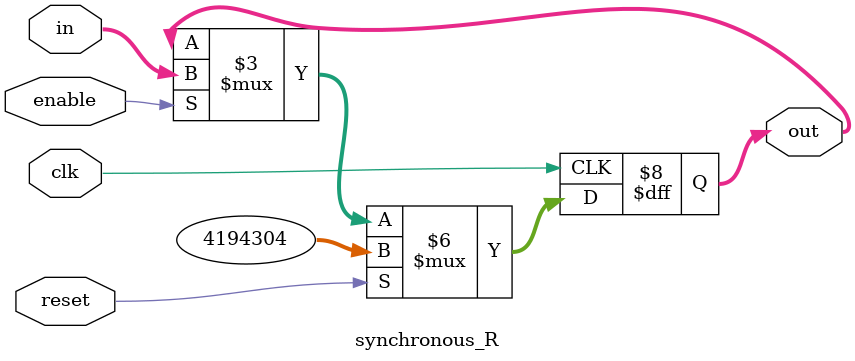
<source format=sv>
`timescale 1ns / 1ps
`default_nettype none

module synchronous_R (
    input wire clk, reset, enable,
    input wire [31:0] in,
    output reg [31:0] out
);

    initial out = 32'h400000;

    
    always @(posedge clk) begin
        
        if (reset)
            out <= 32'h400000;
        else if (enable) 
                out <= in;
    end

endmodule

</source>
